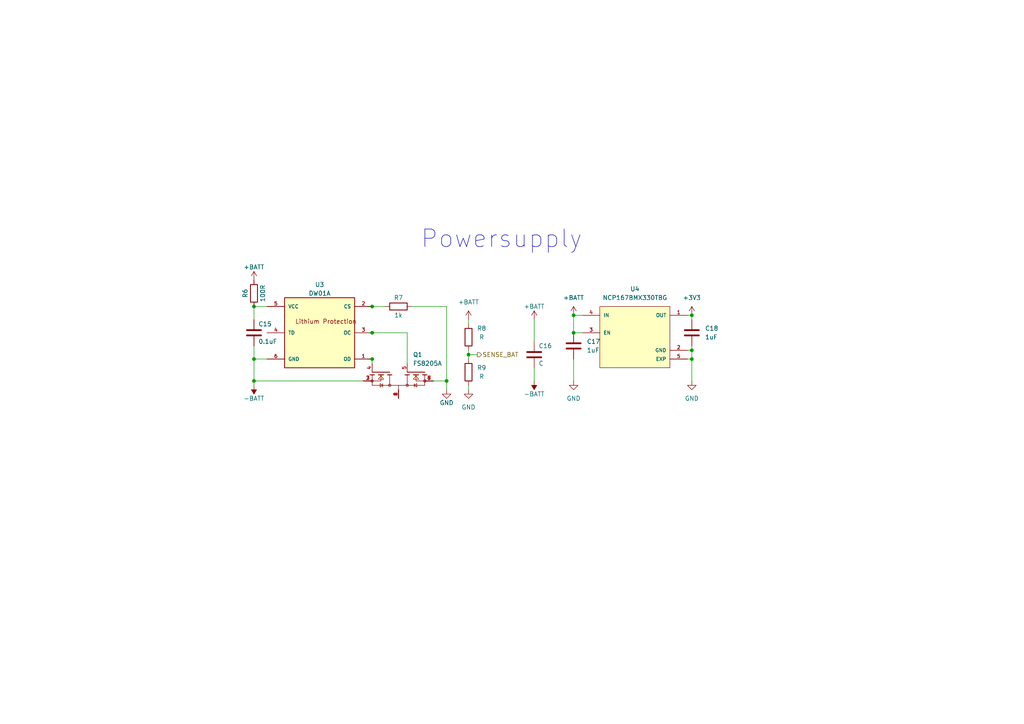
<source format=kicad_sch>
(kicad_sch (version 20211123) (generator eeschema)
  (paper "A4")
  (title_block (title "FabReader2") (date "2022-05-10") (rev "0.1") (company "RLKM UG (haftungsbeschränkt)") (comment 1 "Autoren: Joseph Langosch, Kai Kriegel"))
  (lib_symbols
    (symbol "DW01A:DW01A" (pin_names (offset 1.016))
      (property "Reference" "IC" (at -5.08 11.43 0))
      (property "Value" "DW01A" (at -5.08 -12.7 0))
      (symbol "DW01A_0_0"
        (rectangle (start -10.16 -10.16) (end 10.16 10.16) (stroke (width 0.254)) (fill (type background)))
        (text "Lithium Protection" (at -7.112 2.54 0) (effects (font (size 1.27 1.27)) (justify left bottom)))
        (pin bidirectional line (at 15.24 -7.62 180) (length 5.08) (name "OD") (number "1"))
        (pin bidirectional line (at 15.24 7.62 180) (length 5.08) (name "CS") (number "2"))
        (pin bidirectional line (at 15.24 0 180) (length 5.08) (name "OC") (number "3"))
        (pin bidirectional line (at -15.24 0 0) (length 5.08) (name "TD") (number "4"))
        (pin power_in line (at -15.24 7.62 0) (length 5.08) (name "VCC") (number "5"))
        (pin power_in line (at -15.24 -7.62 0) (length 5.08) (name "GND") (number "6"))
      )
    )
    (symbol "Device:C" (pin_numbers hide) (pin_names (offset 0.254))
      (property "Reference" "C" (at 0.635 2.54 0))
      (property "Value" "C" (at 0.635 -2.54 0))
      (symbol "C_0_1"
        (polyline (pts (xy -2.032 -0.762) (xy 2.032 -0.762)) (stroke (width 0.508)))
        (polyline (pts (xy -2.032 0.762) (xy 2.032 0.762)) (stroke (width 0.508)))
      )
      (symbol "C_1_1"
        (pin passive line (at 0 3.81 270) (length 2.794) (name "~") (number "1"))
        (pin passive line (at 0 -3.81 90) (length 2.794) (name "~") (number "2"))
      )
    )
    (symbol "Device:R" (pin_numbers hide) (pin_names (offset 0))
      (property "Reference" "R" (at 2.032 0 90))
      (property "Value" "R" (at 0 0 90))
      (symbol "R_0_1"
        (rectangle (start -1.016 -2.54) (end 1.016 2.54) (stroke (width 0.254)))
      )
      (symbol "R_1_1"
        (pin passive line (at 0 3.81 270) (length 1.27) (name "~") (number "1"))
        (pin passive line (at 0 -3.81 90) (length 1.27) (name "~") (number "2"))
      )
    )
    (symbol "FS8205A:FS8205A" (pin_names (offset 1.016) hide)
      (property "Reference" "Q" (at -11.43 7.62 0))
      (property "Value" "FS8205A" (at -11.43 -12.7 0))
      (symbol "FS8205A_0_0"
        (circle (center 0 -7.62) (radius 0.3556))
        (polyline (pts (xy -2.54 -2.54) (xy -2.54 -7.62)) (stroke (width 0.254)))
        (polyline (pts (xy -2.54 7.62) (xy -2.54 2.54)) (stroke (width 0.254)))
        (polyline (pts (xy -1.778 -7.62) (xy -1.778 -8.255)) (stroke (width 0.254)))
        (polyline (pts (xy -1.778 -6.985) (xy -1.778 -7.62)) (stroke (width 0.254)))
        (polyline (pts (xy -1.778 -5.08) (xy -1.778 -5.842)) (stroke (width 0.254)))
        (polyline (pts (xy -1.778 -5.08) (xy 0 -5.08)) (stroke (width 0.1524)))
        (polyline (pts (xy -1.778 -4.318) (xy -1.778 -5.08)) (stroke (width 0.254)))
        (polyline (pts (xy -1.778 -2.54) (xy -1.778 -3.175)) (stroke (width 0.254)))
        (polyline (pts (xy -1.778 -2.54) (xy 1.27 -2.54)) (stroke (width 0.1524)))
        (polyline (pts (xy -1.778 -1.905) (xy -1.778 -2.54)) (stroke (width 0.254)))
        (polyline (pts (xy -1.778 2.54) (xy -1.778 1.905)) (stroke (width 0.254)))
        (polyline (pts (xy -1.778 3.175) (xy -1.778 2.54)) (stroke (width 0.254)))
        (polyline (pts (xy -1.778 5.08) (xy -1.778 4.318)) (stroke (width 0.254)))
        (polyline (pts (xy -1.778 5.08) (xy 0 5.08)) (stroke (width 0.1524)))
        (polyline (pts (xy -1.778 5.842) (xy -1.778 5.08)) (stroke (width 0.254)))
        (polyline (pts (xy -1.778 7.62) (xy -1.778 6.985)) (stroke (width 0.254)))
        (polyline (pts (xy -1.778 7.62) (xy 1.27 7.62)) (stroke (width 0.1524)))
        (polyline (pts (xy -1.778 8.255) (xy -1.778 7.62)) (stroke (width 0.254)))
        (polyline (pts (xy 0 -7.62) (xy -1.778 -7.62)) (stroke (width 0.1524)))
        (polyline (pts (xy 0 -7.62) (xy 1.27 -7.62)) (stroke (width 0.1524)))
        (polyline (pts (xy 0 -5.08) (xy 0 -7.62)) (stroke (width 0.1524)))
        (polyline (pts (xy 0 7.62) (xy 0 5.08)) (stroke (width 0.1524)))
        (polyline (pts (xy 0.762 4.572) (xy 1.27 4.572)) (stroke (width 0.1524)))
        (polyline (pts (xy 1.27 -4.572) (xy 0.762 -4.572)) (stroke (width 0.1524)))
        (polyline (pts (xy 1.27 -4.572) (xy 1.27 -7.62)) (stroke (width 0.1524)))
        (polyline (pts (xy 1.27 -2.54) (xy 1.27 -4.572)) (stroke (width 0.1524)))
        (polyline (pts (xy 1.27 -2.54) (xy 1.27 0)) (stroke (width 0.1524)))
        (polyline (pts (xy 1.27 0) (xy 1.27 2.54)) (stroke (width 0.1524)))
        (polyline (pts (xy 1.27 0) (xy 2.54 0)) (stroke (width 0.1524)))
        (polyline (pts (xy 1.27 2.54) (xy -1.778 2.54)) (stroke (width 0.1524)))
        (polyline (pts (xy 1.27 2.54) (xy 1.27 4.572)) (stroke (width 0.1524)))
        (polyline (pts (xy 1.27 4.572) (xy 1.27 7.62)) (stroke (width 0.1524)))
        (polyline (pts (xy 1.27 4.572) (xy 1.778 4.572)) (stroke (width 0.1524)))
        (polyline (pts (xy 1.778 -4.572) (xy 1.27 -4.572)) (stroke (width 0.1524)))
        (polyline (pts (xy -1.524 -5.08) (xy -0.508 -4.318) (xy -0.508 -5.842) (xy -1.524 -5.08)) (stroke (width 0.1524)) (fill (type background)))
        (polyline (pts (xy -1.524 5.08) (xy -0.508 5.842) (xy -0.508 4.318) (xy -1.524 5.08)) (stroke (width 0.1524)) (fill (type background)))
        (polyline (pts (xy 1.27 -4.572) (xy 0.762 -5.334) (xy 1.778 -5.334) (xy 1.27 -4.572)) (stroke (width 0.1524)) (fill (type background)))
        (polyline (pts (xy 1.27 4.572) (xy 1.778 5.334) (xy 0.762 5.334) (xy 1.27 4.572)) (stroke (width 0.1524)) (fill (type background)))
        (circle (center 0 7.62) (radius 0.3556))
        (circle (center 1.27 -2.54) (radius 0.3556))
        (circle (center 1.27 2.54) (radius 0.3556))
        (pin passive line (at 5.08 0 180) (length 2.54) (name "~") (number "1"))
        (pin passive line (at 0 -10.16 90) (length 2.54) (name "~") (number "2"))
        (pin passive line (at 0 -10.16 90) (length 2.54) (name "~") (number "3"))
        (pin passive line (at -5.08 -7.62 0) (length 2.54) (name "~") (number "4"))
        (pin passive line (at -5.08 2.54 0) (length 2.54) (name "~") (number "5"))
        (pin passive line (at 0 10.16 270) (length 2.54) (name "~") (number "6"))
        (pin passive line (at 0 10.16 270) (length 2.54) (name "~") (number "7"))
        (pin passive line (at 5.08 0 180) (length 2.54) (name "~") (number "8"))
      )
    )
    (symbol "NCP167BMX330TBG:NCP167BMX330TBG" (pin_names (offset 1.016))
      (property "Reference" "U" (at -10.16 7.62 0))
      (property "Value" "NCP167BMX330TBG" (at -10.16 -12.7 0))
      (symbol "NCP167BMX330TBG_0_0"
        (rectangle (start -10.16 -10.16) (end 10.16 7.62) (stroke (width 0.1524)) (fill (type background)))
        (pin output line (at 15.24 5.08 180) (length 5.08) (name "OUT") (number "1"))
        (pin power_in line (at 15.24 -5.08 180) (length 5.08) (name "GND") (number "2"))
        (pin input line (at -15.24 0 0) (length 5.08) (name "EN") (number "3"))
        (pin input line (at -15.24 5.08 0) (length 5.08) (name "IN") (number "4"))
        (pin power_in line (at 15.24 -7.62 180) (length 5.08) (name "EXP") (number "5"))
      )
    )
    (symbol "power:+3V3" (power) (pin_names (offset 0))
      (property "Value" "+3V3" (at 0 3.556 0))
      (symbol "+3V3_0_1"
        (polyline (pts (xy -0.762 1.27) (xy 0 2.54)))
        (polyline (pts (xy 0 0) (xy 0 2.54)))
        (polyline (pts (xy 0 2.54) (xy 0.762 1.27)))
      )
      (symbol "+3V3_1_1"
        (pin power_in line (at 0 0 90) (length 0) hide (name "+3V3") (number "1"))
      )
    )
    (symbol "power:+BATT" (power) (pin_names (offset 0))
      (property "Value" "+BATT" (at 0 3.556 0))
      (symbol "+BATT_0_1"
        (polyline (pts (xy -0.762 1.27) (xy 0 2.54)))
        (polyline (pts (xy 0 0) (xy 0 2.54)))
        (polyline (pts (xy 0 2.54) (xy 0.762 1.27)))
      )
      (symbol "+BATT_1_1"
        (pin power_in line (at 0 0 90) (length 0) hide (name "+BATT") (number "1"))
      )
    )
    (symbol "power:-BATT" (power) (pin_names (offset 0))
      (property "Value" "-BATT" (at 0 3.556 0))
      (symbol "-BATT_0_1"
        (polyline (pts (xy 0 0) (xy 0 2.54)))
        (polyline (pts (xy 0.762 1.27) (xy -0.762 1.27) (xy 0 2.54) (xy 0.762 1.27)) (fill (type outline)))
      )
      (symbol "-BATT_1_1"
        (pin power_in line (at 0 0 90) (length 0) hide (name "-BATT") (number "1"))
      )
    )
    (symbol "power:GND" (power) (pin_names (offset 0))
      (property "Value" "GND" (at 0 -3.81 0))
      (symbol "GND_0_1"
        (polyline (pts (xy 0 0) (xy 0 -1.27) (xy 1.27 -1.27) (xy 0 -2.54) (xy -1.27 -1.27) (xy 0 -1.27)))
      )
      (symbol "GND_1_1"
        (pin power_in line (at 0 0 270) (length 0) hide (name "GND") (number "1"))
      )
    )
  )
  (junction (at 200.66 104.14))
  (junction (at 107.95 88.9))
  (junction (at 166.37 96.52))
  (junction (at 200.66 91.44))
  (junction (at 73.66 110.49))
  (junction (at 73.66 88.9))
  (junction (at 200.66 101.6))
  (junction (at 107.95 104.14))
  (junction (at 166.37 91.44))
  (junction (at 107.95 96.52))
  (junction (at 135.89 102.87))
  (junction (at 73.66 104.14))
  (junction (at 129.54 110.49))
  (wire (pts (xy 166.37 96.52) (xy 166.37 91.44)))
  (wire (pts (xy 166.37 91.44) (xy 168.91 91.44)))
  (wire (pts (xy 129.54 110.49) (xy 129.54 113.03)))
  (wire (pts (xy 200.66 92.71) (xy 200.66 91.44)))
  (wire (pts (xy 119.38 88.9) (xy 129.54 88.9)))
  (wire (pts (xy 135.89 113.03) (xy 135.89 111.76)))
  (wire (pts (xy 73.66 110.49) (xy 105.41 110.49)))
  (wire (pts (xy 73.66 88.9) (xy 73.66 92.71)))
  (wire (pts (xy 135.89 102.87) (xy 135.89 104.14)))
  (wire (pts (xy 129.54 88.9) (xy 129.54 110.49)))
  (wire (pts (xy 73.66 100.33) (xy 73.66 104.14)))
  (wire (pts (xy 73.66 88.9) (xy 77.47 88.9)))
  (wire (pts (xy 200.66 104.14) (xy 200.66 110.49)))
  (wire (pts (xy 199.39 104.14) (xy 200.66 104.14)))
  (wire (pts (xy 200.66 104.14) (xy 200.66 101.6)))
  (wire (pts (xy 200.66 100.33) (xy 200.66 101.6)))
  (wire (pts (xy 107.95 104.14) (xy 107.95 105.41)))
  (wire (pts (xy 154.94 92.71) (xy 154.94 99.06)))
  (wire (pts (xy 73.66 110.49) (xy 73.66 104.14)))
  (wire (pts (xy 107.95 88.9) (xy 111.76 88.9)))
  (wire (pts (xy 135.89 101.6) (xy 135.89 102.87)))
  (wire (pts (xy 200.66 91.44) (xy 199.39 91.44)))
  (wire (pts (xy 73.66 104.14) (xy 77.47 104.14)))
  (wire (pts (xy 135.89 92.71) (xy 135.89 93.98)))
  (wire (pts (xy 200.66 101.6) (xy 199.39 101.6)))
  (wire (pts (xy 118.11 96.52) (xy 107.95 96.52)))
  (wire (pts (xy 73.66 111.76) (xy 73.66 110.49)))
  (wire (pts (xy 118.11 105.41) (xy 118.11 96.52)))
  (wire (pts (xy 166.37 104.14) (xy 166.37 110.49)))
  (wire (pts (xy 106.68 88.9) (xy 107.95 88.9)))
  (wire (pts (xy 106.68 104.14) (xy 107.95 104.14)))
  (wire (pts (xy 138.43 102.87) (xy 135.89 102.87)))
  (wire (pts (xy 168.91 96.52) (xy 166.37 96.52)))
  (wire (pts (xy 154.94 106.68) (xy 154.94 110.49)))
  (wire (pts (xy 106.68 96.52) (xy 107.95 96.52)))
  (wire (pts (xy 125.73 110.49) (xy 129.54 110.49)))
  (text "Powersupply" (at 121.92 72.39 0) (effects (font (size 5.08 5.08)) (justify left bottom)))
  (hierarchical_label "SENSE_BAT" (shape output) (at 138.43 102.87 0))
  (symbol (lib_id "Device:R") (at 73.66 85.09 180) (unit 1)
    (property "Reference" "R6" (at 71.12 85.09 90))
    (property "Value" "100R" (at 76.2 85.09 90))
  )
  (symbol (lib_id "Device:R") (at 115.57 88.9 90) (unit 1)
    (property "Reference" "R7" (at 115.57 86.36 90))
    (property "Value" "1k" (at 115.57 91.44 90))
  )
  (symbol (lib_id "Device:C") (at 73.66 96.52 0) (unit 1)
    (property "Reference" "C15" (at 74.93 93.98 0) (effects (justify left)))
    (property "Value" "0.1uF" (at 74.93 99.06 0) (effects (justify left)))
  )
  (symbol (lib_id "power:+BATT") (at 154.94 92.71 0) (unit 1)
    (property "Reference" "#PWR029" (effects hide))
    (property "Value" "+BATT" (at 154.94 88.9 0))
  )
  (symbol (lib_id "Device:R") (at 135.89 97.79 180) (unit 1)
    (property "Reference" "R8" (at 139.7 95.25 0))
    (property "Value" "R" (at 139.7 97.79 0))
  )
  (symbol (lib_id "Device:C") (at 200.66 96.52 0) (unit 1)
    (property "Reference" "C18" (at 204.47 95.2499 0) (effects (justify left)))
    (property "Value" "1uF" (at 204.47 97.7899 0) (effects (justify left)))
  )
  (symbol (lib_id "FS8205A:FS8205A") (at 115.57 110.49 270) (unit 1)
    (property "Reference" "Q1" (at 119.7611 102.87 90) (effects (justify left)))
    (property "Value" "FS8205A" (at 119.7611 105.41 90) (effects (justify left)))
    (property "Footprint" "SOP65P640X120-8N" (effects hide))
    (property "STANDARD" "IPC 7351B" (effects hide))
    (property "MAXIMUM_PACKAGE_HEIGHT" "1.2mm" (effects hide))
    (property "PARTREV" "1.7" (effects hide))
    (property "MANUFACTURER" "Fortune Semiconductor" (effects hide))
  )
  (symbol (lib_id "power:+3V3") (at 200.66 91.44 0) (unit 1)
    (property "Reference" "#PWR033" (effects hide))
    (property "Value" "+3V3" (at 200.66 86.36 0))
  )
  (symbol (lib_id "Device:R") (at 135.89 107.95 0) (unit 1)
    (property "Reference" "R9" (at 139.7 106.68 0))
    (property "Value" "R" (at 139.7 109.22 0))
  )
  (symbol (lib_id "NCP167BMX330TBG:NCP167BMX330TBG") (at 184.15 96.52 0) (unit 1)
    (property "Reference" "U4" (at 184.15 83.82 0))
    (property "Value" "NCP167BMX330TBG" (at 184.15 86.36 0))
    (property "Footprint" "REG_NCP167BMX330TBG" (effects hide))
    (property "MAXIMUM_PACKAGE_HEIGHT" "0.43mm" (effects hide))
    (property "MANUFACTURER" "ON Semiconductor" (effects hide))
    (property "PARTREV" "3" (effects hide))
    (property "STANDARD" "Manufacturer recommendations" (effects hide))
  )
  (symbol (lib_id "Device:C") (at 166.37 100.33 0) (unit 1)
    (property "Reference" "C17" (at 170.18 99.0599 0) (effects (justify left)))
    (property "Value" "1uF" (at 170.18 101.5999 0) (effects (justify left)))
  )
  (symbol (lib_id "power:-BATT") (at 154.94 110.49 180) (unit 1)
    (property "Reference" "#PWR030" (effects hide))
    (property "Value" "-BATT" (at 154.94 114.3 0))
  )
  (symbol (lib_id "DW01A:DW01A") (at 92.71 96.52 0) (unit 1)
    (property "Reference" "U3" (at 92.71 82.55 0))
    (property "Value" "DW01A" (at 92.71 85.09 0))
    (property "Footprint" "SOT23-6" (effects hide))
    (property "VALUE" "DW01A" (effects hide))
    (property "LCSC" "C351410" (effects hide))
    (property "MPN" "DW01A" (effects hide))
  )
  (symbol (lib_id "power:+BATT") (at 135.89 92.71 0) (unit 1)
    (property "Reference" "#PWR027" (effects hide))
    (property "Value" "+BATT" (at 135.89 87.63 0))
  )
  (symbol (lib_id "power:-BATT") (at 73.66 111.76 180) (unit 1)
    (property "Reference" "#PWR025" (effects hide))
    (property "Value" "-BATT" (at 73.66 115.57 0))
  )
  (symbol (lib_id "power:GND") (at 135.89 113.03 0) (unit 1)
    (property "Reference" "#PWR028" (effects hide))
    (property "Value" "GND" (at 135.89 118.11 0))
  )
  (symbol (lib_id "Device:C") (at 154.94 102.87 0) (unit 1)
    (property "Reference" "C16" (at 156.21 100.33 0) (effects (justify left)))
    (property "Value" "C" (at 156.21 105.41 0) (effects (justify left)))
  )
  (symbol (lib_id "power:+BATT") (at 166.37 91.44 0) (unit 1)
    (property "Reference" "#PWR031" (effects hide))
    (property "Value" "+BATT" (at 166.37 86.36 0))
  )
  (symbol (lib_id "power:GND") (at 166.37 110.49 0) (unit 1)
    (property "Reference" "#PWR032" (effects hide))
    (property "Value" "GND" (at 166.37 115.57 0))
  )
  (symbol (lib_id "power:+BATT") (at 73.66 81.28 0) (unit 1)
    (property "Reference" "#PWR024" (effects hide))
    (property "Value" "+BATT" (at 73.66 77.47 0))
  )
  (symbol (lib_id "power:GND") (at 129.54 113.03 0) (unit 1)
    (property "Reference" "#PWR026" (effects hide))
    (property "Value" "GND" (at 129.54 116.84 0))
  )
  (symbol (lib_id "power:GND") (at 200.66 110.49 0) (unit 1)
    (property "Reference" "#PWR034" (effects hide))
    (property "Value" "GND" (at 200.66 115.57 0))
  )
)
</source>
